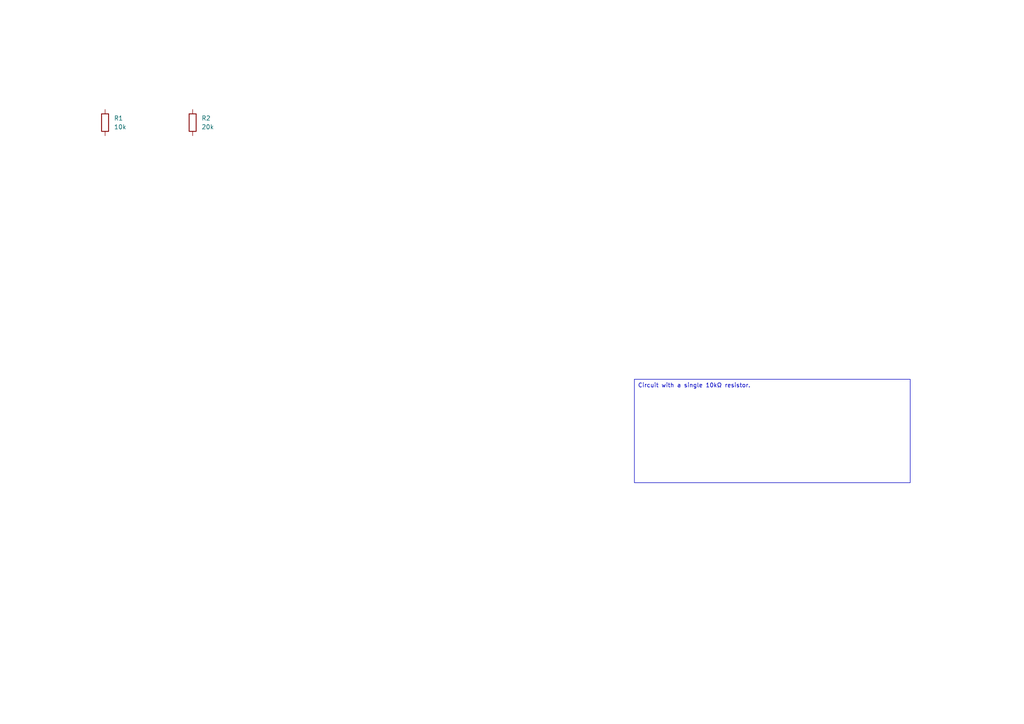
<source format=kicad_sch>
(kicad_sch (version 20250114) (generator "circuit_synth") (generator_version "0.8.36")
  (paper "A4")
  (lib_symbols
    (symbol "Device:R" (pin_numbers (hide yes)) (pin_names (offset 0))
      (property "Reference" "R" (at 2.032 0 90))
      (property "Value" "R" (at 0 0 90))
      (symbol "R_0_1"
        (rectangle (start -1.016 -2.54) (end 1.016 2.54) (stroke (width 0.254)))
      )
      (symbol "R_1_1"
        (pin passive line (at 0 3.81 270) (length 1.27) (name "~") (number "1"))
        (pin passive line (at 0 -3.81 90) (length 1.27) (name "~") (number "2"))
      )
    )
  )
  (symbol (lib_id "Device:R") (at 30.48 35.56 0) (unit 1)
    (property "Reference" "R1" (at 33.02 34.2899 0) (effects (justify left)))
    (property "Value" "10k" (at 33.02 36.8299 0) (effects (justify left)))
    (property "Footprint" "Resistor_SMD:R_0603_1608Metric" (effects (hide yes)))
    (property "hierarchy_path" "/025ebc8d-e77a-47a2-9f68-4fa12d31bcb7" (effects (hide yes)))
    (property "project_name" "single_resistor" (effects (hide yes)))
    (property "root_uuid" "025ebc8d-e77a-47a2-9f68-4fa12d31bcb7" (effects (hide yes)))
  )
  (symbol (lib_id "Device:R") (at 55.88 35.56 0) (unit 1)
    (property "Reference" "R2" (at 58.42 34.2899 0) (effects (justify left)))
    (property "Value" "20k" (at 58.42 36.8299 0) (effects (justify left)))
    (property "Footprint" "Resistor_SMD:R_0603_1608Metric" (effects (hide yes)))
    (property "hierarchy_path" "/025ebc8d-e77a-47a2-9f68-4fa12d31bcb7" (effects (hide yes)))
    (property "project_name" "single_resistor" (effects (hide yes)))
    (property "root_uuid" "025ebc8d-e77a-47a2-9f68-4fa12d31bcb7" (effects (hide yes)))
  )
  (text_box "Circuit with a single 10kΩ resistor." (at 184 110 0) (size 80 30) (margins 1 1 1 1) (effects (font (size 1.2 1.2)) (justify left top)))
)
</source>
